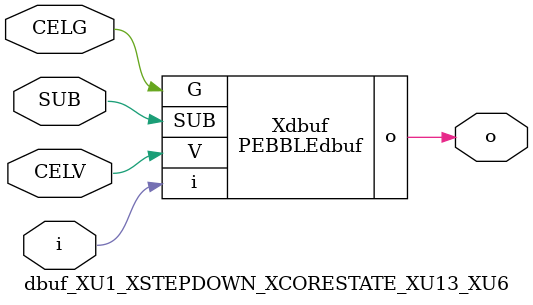
<source format=v>



module PEBBLEdbuf ( o, G, SUB, V, i );

  input V;
  input i;
  input G;
  output o;
  input SUB;
endmodule

//Celera Confidential Do Not Copy dbuf_XU1_XSTEPDOWN_XCORESTATE_XU13_XU6
//Celera Confidential Symbol Generator
//Digital Buffer
module dbuf_XU1_XSTEPDOWN_XCORESTATE_XU13_XU6 (CELV,CELG,i,o,SUB);
input CELV;
input CELG;
input i;
input SUB;
output o;

//Celera Confidential Do Not Copy dbuf
PEBBLEdbuf Xdbuf(
.V (CELV),
.i (i),
.o (o),
.SUB (SUB),
.G (CELG)
);
//,diesize,PEBBLEdbuf

//Celera Confidential Do Not Copy Module End
//Celera Schematic Generator
endmodule

</source>
